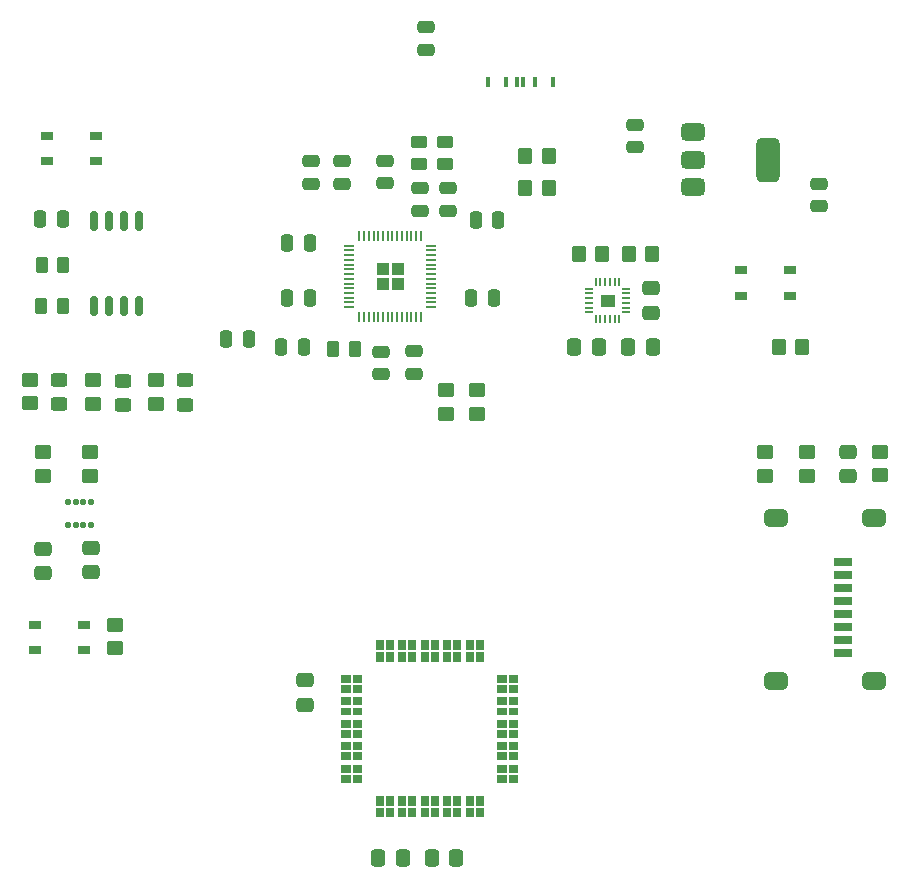
<source format=gtp>
%TF.GenerationSoftware,KiCad,Pcbnew,9.0.1*%
%TF.CreationDate,2025-04-14T00:51:25-03:00*%
%TF.ProjectId,SRAD_computer,53524144-5f63-46f6-9d70-757465722e6b,rev?*%
%TF.SameCoordinates,Original*%
%TF.FileFunction,Paste,Top*%
%TF.FilePolarity,Positive*%
%FSLAX46Y46*%
G04 Gerber Fmt 4.6, Leading zero omitted, Abs format (unit mm)*
G04 Created by KiCad (PCBNEW 9.0.1) date 2025-04-14 00:51:25*
%MOMM*%
%LPD*%
G01*
G04 APERTURE LIST*
G04 Aperture macros list*
%AMRoundRect*
0 Rectangle with rounded corners*
0 $1 Rounding radius*
0 $2 $3 $4 $5 $6 $7 $8 $9 X,Y pos of 4 corners*
0 Add a 4 corners polygon primitive as box body*
4,1,4,$2,$3,$4,$5,$6,$7,$8,$9,$2,$3,0*
0 Add four circle primitives for the rounded corners*
1,1,$1+$1,$2,$3*
1,1,$1+$1,$4,$5*
1,1,$1+$1,$6,$7*
1,1,$1+$1,$8,$9*
0 Add four rect primitives between the rounded corners*
20,1,$1+$1,$2,$3,$4,$5,0*
20,1,$1+$1,$4,$5,$6,$7,0*
20,1,$1+$1,$6,$7,$8,$9,0*
20,1,$1+$1,$8,$9,$2,$3,0*%
G04 Aperture macros list end*
%ADD10C,0.010000*%
%ADD11RoundRect,0.250000X-0.450000X0.325000X-0.450000X-0.325000X0.450000X-0.325000X0.450000X0.325000X0*%
%ADD12RoundRect,0.250000X-0.475000X0.337500X-0.475000X-0.337500X0.475000X-0.337500X0.475000X0.337500X0*%
%ADD13RoundRect,0.250000X0.475000X-0.250000X0.475000X0.250000X-0.475000X0.250000X-0.475000X-0.250000X0*%
%ADD14RoundRect,0.250000X0.262500X0.450000X-0.262500X0.450000X-0.262500X-0.450000X0.262500X-0.450000X0*%
%ADD15RoundRect,0.250000X-0.450000X0.350000X-0.450000X-0.350000X0.450000X-0.350000X0.450000X0.350000X0*%
%ADD16R,0.300000X0.900000*%
%ADD17RoundRect,0.250000X0.337500X0.475000X-0.337500X0.475000X-0.337500X-0.475000X0.337500X-0.475000X0*%
%ADD18RoundRect,0.250000X-0.475000X0.250000X-0.475000X-0.250000X0.475000X-0.250000X0.475000X0.250000X0*%
%ADD19RoundRect,0.250000X0.350000X0.450000X-0.350000X0.450000X-0.350000X-0.450000X0.350000X-0.450000X0*%
%ADD20RoundRect,0.375000X-0.625000X-0.375000X0.625000X-0.375000X0.625000X0.375000X-0.625000X0.375000X0*%
%ADD21RoundRect,0.500000X-0.500000X-1.400000X0.500000X-1.400000X0.500000X1.400000X-0.500000X1.400000X0*%
%ADD22RoundRect,0.250000X-0.450000X0.262500X-0.450000X-0.262500X0.450000X-0.262500X0.450000X0.262500X0*%
%ADD23R,1.050000X0.650000*%
%ADD24R,1.500000X0.800000*%
%ADD25RoundRect,0.362500X-0.637500X0.362500X-0.637500X-0.362500X0.637500X-0.362500X0.637500X0.362500X0*%
%ADD26RoundRect,0.162500X0.162500X-0.650000X0.162500X0.650000X-0.162500X0.650000X-0.162500X-0.650000X0*%
%ADD27RoundRect,0.250000X-0.350000X-0.450000X0.350000X-0.450000X0.350000X0.450000X-0.350000X0.450000X0*%
%ADD28RoundRect,0.250000X0.475000X-0.337500X0.475000X0.337500X-0.475000X0.337500X-0.475000X-0.337500X0*%
%ADD29RoundRect,0.250000X-0.337500X-0.475000X0.337500X-0.475000X0.337500X0.475000X-0.337500X0.475000X0*%
%ADD30RoundRect,0.250000X0.450000X-0.350000X0.450000X0.350000X-0.450000X0.350000X-0.450000X-0.350000X0*%
%ADD31RoundRect,0.250000X0.250000X0.475000X-0.250000X0.475000X-0.250000X-0.475000X0.250000X-0.475000X0*%
%ADD32RoundRect,0.027500X-0.292500X-0.082500X0.292500X-0.082500X0.292500X0.082500X-0.292500X0.082500X0*%
%ADD33RoundRect,0.027500X-0.082500X-0.292500X0.082500X-0.292500X0.082500X0.292500X-0.082500X0.292500X0*%
%ADD34RoundRect,0.056250X0.168750X-0.188750X0.168750X0.188750X-0.168750X0.188750X-0.168750X-0.188750X0*%
%ADD35RoundRect,0.250000X-0.250000X-0.475000X0.250000X-0.475000X0.250000X0.475000X-0.250000X0.475000X0*%
%ADD36RoundRect,0.250000X-0.262500X-0.450000X0.262500X-0.450000X0.262500X0.450000X-0.262500X0.450000X0*%
%ADD37RoundRect,0.250000X-0.292217X-0.292217X0.292217X-0.292217X0.292217X0.292217X-0.292217X0.292217X0*%
%ADD38RoundRect,0.050000X-0.387500X-0.050000X0.387500X-0.050000X0.387500X0.050000X-0.387500X0.050000X0*%
%ADD39RoundRect,0.050000X-0.050000X-0.387500X0.050000X-0.387500X0.050000X0.387500X-0.050000X0.387500X0*%
G04 APERTURE END LIST*
D10*
%TO.C,U5*%
X110492587Y-63219975D02*
X109417413Y-63219975D01*
X109417413Y-62245993D01*
X110492587Y-62245993D01*
X110492587Y-63219975D01*
G36*
X110492587Y-63219975D02*
G01*
X109417413Y-63219975D01*
X109417413Y-62245993D01*
X110492587Y-62245993D01*
X110492587Y-63219975D01*
G37*
%TO.C,U6*%
X88130000Y-95017984D02*
X87410000Y-95017984D01*
X87410000Y-94437984D01*
X88130000Y-94437984D01*
X88130000Y-95017984D01*
G36*
X88130000Y-95017984D02*
G01*
X87410000Y-95017984D01*
X87410000Y-94437984D01*
X88130000Y-94437984D01*
X88130000Y-95017984D01*
G37*
X88130000Y-95867984D02*
X87410000Y-95867984D01*
X87410000Y-95287984D01*
X88130000Y-95287984D01*
X88130000Y-95867984D01*
G36*
X88130000Y-95867984D02*
G01*
X87410000Y-95867984D01*
X87410000Y-95287984D01*
X88130000Y-95287984D01*
X88130000Y-95867984D01*
G37*
X88130000Y-96917984D02*
X87410000Y-96917984D01*
X87410000Y-96337984D01*
X88130000Y-96337984D01*
X88130000Y-96917984D01*
G36*
X88130000Y-96917984D02*
G01*
X87410000Y-96917984D01*
X87410000Y-96337984D01*
X88130000Y-96337984D01*
X88130000Y-96917984D01*
G37*
X88130000Y-97767984D02*
X87410000Y-97767984D01*
X87410000Y-97187984D01*
X88130000Y-97187984D01*
X88130000Y-97767984D01*
G36*
X88130000Y-97767984D02*
G01*
X87410000Y-97767984D01*
X87410000Y-97187984D01*
X88130000Y-97187984D01*
X88130000Y-97767984D01*
G37*
X88130000Y-98817984D02*
X87410000Y-98817984D01*
X87410000Y-98237984D01*
X88130000Y-98237984D01*
X88130000Y-98817984D01*
G36*
X88130000Y-98817984D02*
G01*
X87410000Y-98817984D01*
X87410000Y-98237984D01*
X88130000Y-98237984D01*
X88130000Y-98817984D01*
G37*
X88130000Y-99667984D02*
X87410000Y-99667984D01*
X87410000Y-99087984D01*
X88130000Y-99087984D01*
X88130000Y-99667984D01*
G36*
X88130000Y-99667984D02*
G01*
X87410000Y-99667984D01*
X87410000Y-99087984D01*
X88130000Y-99087984D01*
X88130000Y-99667984D01*
G37*
X88130000Y-100717984D02*
X87410000Y-100717984D01*
X87410000Y-100137984D01*
X88130000Y-100137984D01*
X88130000Y-100717984D01*
G36*
X88130000Y-100717984D02*
G01*
X87410000Y-100717984D01*
X87410000Y-100137984D01*
X88130000Y-100137984D01*
X88130000Y-100717984D01*
G37*
X88130000Y-101567984D02*
X87410000Y-101567984D01*
X87410000Y-100987984D01*
X88130000Y-100987984D01*
X88130000Y-101567984D01*
G36*
X88130000Y-101567984D02*
G01*
X87410000Y-101567984D01*
X87410000Y-100987984D01*
X88130000Y-100987984D01*
X88130000Y-101567984D01*
G37*
X88130000Y-102617984D02*
X87410000Y-102617984D01*
X87410000Y-102037984D01*
X88130000Y-102037984D01*
X88130000Y-102617984D01*
G36*
X88130000Y-102617984D02*
G01*
X87410000Y-102617984D01*
X87410000Y-102037984D01*
X88130000Y-102037984D01*
X88130000Y-102617984D01*
G37*
X88130000Y-103467984D02*
X87410000Y-103467984D01*
X87410000Y-102887984D01*
X88130000Y-102887984D01*
X88130000Y-103467984D01*
G36*
X88130000Y-103467984D02*
G01*
X87410000Y-103467984D01*
X87410000Y-102887984D01*
X88130000Y-102887984D01*
X88130000Y-103467984D01*
G37*
X89130000Y-95017984D02*
X88410000Y-95017984D01*
X88410000Y-94437984D01*
X89130000Y-94437984D01*
X89130000Y-95017984D01*
G36*
X89130000Y-95017984D02*
G01*
X88410000Y-95017984D01*
X88410000Y-94437984D01*
X89130000Y-94437984D01*
X89130000Y-95017984D01*
G37*
X89130000Y-95867984D02*
X88410000Y-95867984D01*
X88410000Y-95287984D01*
X89130000Y-95287984D01*
X89130000Y-95867984D01*
G36*
X89130000Y-95867984D02*
G01*
X88410000Y-95867984D01*
X88410000Y-95287984D01*
X89130000Y-95287984D01*
X89130000Y-95867984D01*
G37*
X89130000Y-96917984D02*
X88410000Y-96917984D01*
X88410000Y-96337984D01*
X89130000Y-96337984D01*
X89130000Y-96917984D01*
G36*
X89130000Y-96917984D02*
G01*
X88410000Y-96917984D01*
X88410000Y-96337984D01*
X89130000Y-96337984D01*
X89130000Y-96917984D01*
G37*
X89130000Y-97767984D02*
X88410000Y-97767984D01*
X88410000Y-97187984D01*
X89130000Y-97187984D01*
X89130000Y-97767984D01*
G36*
X89130000Y-97767984D02*
G01*
X88410000Y-97767984D01*
X88410000Y-97187984D01*
X89130000Y-97187984D01*
X89130000Y-97767984D01*
G37*
X89130000Y-98817984D02*
X88410000Y-98817984D01*
X88410000Y-98237984D01*
X89130000Y-98237984D01*
X89130000Y-98817984D01*
G36*
X89130000Y-98817984D02*
G01*
X88410000Y-98817984D01*
X88410000Y-98237984D01*
X89130000Y-98237984D01*
X89130000Y-98817984D01*
G37*
X89130000Y-99667984D02*
X88410000Y-99667984D01*
X88410000Y-99087984D01*
X89130000Y-99087984D01*
X89130000Y-99667984D01*
G36*
X89130000Y-99667984D02*
G01*
X88410000Y-99667984D01*
X88410000Y-99087984D01*
X89130000Y-99087984D01*
X89130000Y-99667984D01*
G37*
X89130000Y-100717984D02*
X88410000Y-100717984D01*
X88410000Y-100137984D01*
X89130000Y-100137984D01*
X89130000Y-100717984D01*
G36*
X89130000Y-100717984D02*
G01*
X88410000Y-100717984D01*
X88410000Y-100137984D01*
X89130000Y-100137984D01*
X89130000Y-100717984D01*
G37*
X89130000Y-101567984D02*
X88410000Y-101567984D01*
X88410000Y-100987984D01*
X89130000Y-100987984D01*
X89130000Y-101567984D01*
G36*
X89130000Y-101567984D02*
G01*
X88410000Y-101567984D01*
X88410000Y-100987984D01*
X89130000Y-100987984D01*
X89130000Y-101567984D01*
G37*
X89130000Y-102617984D02*
X88410000Y-102617984D01*
X88410000Y-102037984D01*
X89130000Y-102037984D01*
X89130000Y-102617984D01*
G36*
X89130000Y-102617984D02*
G01*
X88410000Y-102617984D01*
X88410000Y-102037984D01*
X89130000Y-102037984D01*
X89130000Y-102617984D01*
G37*
X89130000Y-103467984D02*
X88410000Y-103467984D01*
X88410000Y-102887984D01*
X89130000Y-102887984D01*
X89130000Y-103467984D01*
G36*
X89130000Y-103467984D02*
G01*
X88410000Y-103467984D01*
X88410000Y-102887984D01*
X89130000Y-102887984D01*
X89130000Y-103467984D01*
G37*
X90935000Y-92212984D02*
X90355000Y-92212984D01*
X90355000Y-91492984D01*
X90935000Y-91492984D01*
X90935000Y-92212984D01*
G36*
X90935000Y-92212984D02*
G01*
X90355000Y-92212984D01*
X90355000Y-91492984D01*
X90935000Y-91492984D01*
X90935000Y-92212984D01*
G37*
X90935000Y-93212984D02*
X90355000Y-93212984D01*
X90355000Y-92492984D01*
X90935000Y-92492984D01*
X90935000Y-93212984D01*
G36*
X90935000Y-93212984D02*
G01*
X90355000Y-93212984D01*
X90355000Y-92492984D01*
X90935000Y-92492984D01*
X90935000Y-93212984D01*
G37*
X90935000Y-105412984D02*
X90355000Y-105412984D01*
X90355000Y-104692984D01*
X90935000Y-104692984D01*
X90935000Y-105412984D01*
G36*
X90935000Y-105412984D02*
G01*
X90355000Y-105412984D01*
X90355000Y-104692984D01*
X90935000Y-104692984D01*
X90935000Y-105412984D01*
G37*
X90935000Y-106412984D02*
X90355000Y-106412984D01*
X90355000Y-105692984D01*
X90935000Y-105692984D01*
X90935000Y-106412984D01*
G36*
X90935000Y-106412984D02*
G01*
X90355000Y-106412984D01*
X90355000Y-105692984D01*
X90935000Y-105692984D01*
X90935000Y-106412984D01*
G37*
X91785000Y-92212984D02*
X91205000Y-92212984D01*
X91205000Y-91492984D01*
X91785000Y-91492984D01*
X91785000Y-92212984D01*
G36*
X91785000Y-92212984D02*
G01*
X91205000Y-92212984D01*
X91205000Y-91492984D01*
X91785000Y-91492984D01*
X91785000Y-92212984D01*
G37*
X91785000Y-93212984D02*
X91205000Y-93212984D01*
X91205000Y-92492984D01*
X91785000Y-92492984D01*
X91785000Y-93212984D01*
G36*
X91785000Y-93212984D02*
G01*
X91205000Y-93212984D01*
X91205000Y-92492984D01*
X91785000Y-92492984D01*
X91785000Y-93212984D01*
G37*
X91785000Y-105412984D02*
X91205000Y-105412984D01*
X91205000Y-104692984D01*
X91785000Y-104692984D01*
X91785000Y-105412984D01*
G36*
X91785000Y-105412984D02*
G01*
X91205000Y-105412984D01*
X91205000Y-104692984D01*
X91785000Y-104692984D01*
X91785000Y-105412984D01*
G37*
X91785000Y-106412984D02*
X91205000Y-106412984D01*
X91205000Y-105692984D01*
X91785000Y-105692984D01*
X91785000Y-106412984D01*
G36*
X91785000Y-106412984D02*
G01*
X91205000Y-106412984D01*
X91205000Y-105692984D01*
X91785000Y-105692984D01*
X91785000Y-106412984D01*
G37*
X92835000Y-92212984D02*
X92255000Y-92212984D01*
X92255000Y-91492984D01*
X92835000Y-91492984D01*
X92835000Y-92212984D01*
G36*
X92835000Y-92212984D02*
G01*
X92255000Y-92212984D01*
X92255000Y-91492984D01*
X92835000Y-91492984D01*
X92835000Y-92212984D01*
G37*
X92835000Y-93212984D02*
X92255000Y-93212984D01*
X92255000Y-92492984D01*
X92835000Y-92492984D01*
X92835000Y-93212984D01*
G36*
X92835000Y-93212984D02*
G01*
X92255000Y-93212984D01*
X92255000Y-92492984D01*
X92835000Y-92492984D01*
X92835000Y-93212984D01*
G37*
X92835000Y-105412984D02*
X92255000Y-105412984D01*
X92255000Y-104692984D01*
X92835000Y-104692984D01*
X92835000Y-105412984D01*
G36*
X92835000Y-105412984D02*
G01*
X92255000Y-105412984D01*
X92255000Y-104692984D01*
X92835000Y-104692984D01*
X92835000Y-105412984D01*
G37*
X92835000Y-106412984D02*
X92255000Y-106412984D01*
X92255000Y-105692984D01*
X92835000Y-105692984D01*
X92835000Y-106412984D01*
G36*
X92835000Y-106412984D02*
G01*
X92255000Y-106412984D01*
X92255000Y-105692984D01*
X92835000Y-105692984D01*
X92835000Y-106412984D01*
G37*
X93685000Y-92212984D02*
X93105000Y-92212984D01*
X93105000Y-91492984D01*
X93685000Y-91492984D01*
X93685000Y-92212984D01*
G36*
X93685000Y-92212984D02*
G01*
X93105000Y-92212984D01*
X93105000Y-91492984D01*
X93685000Y-91492984D01*
X93685000Y-92212984D01*
G37*
X93685000Y-93212984D02*
X93105000Y-93212984D01*
X93105000Y-92492984D01*
X93685000Y-92492984D01*
X93685000Y-93212984D01*
G36*
X93685000Y-93212984D02*
G01*
X93105000Y-93212984D01*
X93105000Y-92492984D01*
X93685000Y-92492984D01*
X93685000Y-93212984D01*
G37*
X93685000Y-105412984D02*
X93105000Y-105412984D01*
X93105000Y-104692984D01*
X93685000Y-104692984D01*
X93685000Y-105412984D01*
G36*
X93685000Y-105412984D02*
G01*
X93105000Y-105412984D01*
X93105000Y-104692984D01*
X93685000Y-104692984D01*
X93685000Y-105412984D01*
G37*
X93685000Y-106412984D02*
X93105000Y-106412984D01*
X93105000Y-105692984D01*
X93685000Y-105692984D01*
X93685000Y-106412984D01*
G36*
X93685000Y-106412984D02*
G01*
X93105000Y-106412984D01*
X93105000Y-105692984D01*
X93685000Y-105692984D01*
X93685000Y-106412984D01*
G37*
X94735000Y-92212984D02*
X94155000Y-92212984D01*
X94155000Y-91492984D01*
X94735000Y-91492984D01*
X94735000Y-92212984D01*
G36*
X94735000Y-92212984D02*
G01*
X94155000Y-92212984D01*
X94155000Y-91492984D01*
X94735000Y-91492984D01*
X94735000Y-92212984D01*
G37*
X94735000Y-93212984D02*
X94155000Y-93212984D01*
X94155000Y-92492984D01*
X94735000Y-92492984D01*
X94735000Y-93212984D01*
G36*
X94735000Y-93212984D02*
G01*
X94155000Y-93212984D01*
X94155000Y-92492984D01*
X94735000Y-92492984D01*
X94735000Y-93212984D01*
G37*
X94735000Y-105412984D02*
X94155000Y-105412984D01*
X94155000Y-104692984D01*
X94735000Y-104692984D01*
X94735000Y-105412984D01*
G36*
X94735000Y-105412984D02*
G01*
X94155000Y-105412984D01*
X94155000Y-104692984D01*
X94735000Y-104692984D01*
X94735000Y-105412984D01*
G37*
X94735000Y-106412984D02*
X94155000Y-106412984D01*
X94155000Y-105692984D01*
X94735000Y-105692984D01*
X94735000Y-106412984D01*
G36*
X94735000Y-106412984D02*
G01*
X94155000Y-106412984D01*
X94155000Y-105692984D01*
X94735000Y-105692984D01*
X94735000Y-106412984D01*
G37*
X95585000Y-92212984D02*
X95005000Y-92212984D01*
X95005000Y-91492984D01*
X95585000Y-91492984D01*
X95585000Y-92212984D01*
G36*
X95585000Y-92212984D02*
G01*
X95005000Y-92212984D01*
X95005000Y-91492984D01*
X95585000Y-91492984D01*
X95585000Y-92212984D01*
G37*
X95585000Y-93212984D02*
X95005000Y-93212984D01*
X95005000Y-92492984D01*
X95585000Y-92492984D01*
X95585000Y-93212984D01*
G36*
X95585000Y-93212984D02*
G01*
X95005000Y-93212984D01*
X95005000Y-92492984D01*
X95585000Y-92492984D01*
X95585000Y-93212984D01*
G37*
X95585000Y-105412984D02*
X95005000Y-105412984D01*
X95005000Y-104692984D01*
X95585000Y-104692984D01*
X95585000Y-105412984D01*
G36*
X95585000Y-105412984D02*
G01*
X95005000Y-105412984D01*
X95005000Y-104692984D01*
X95585000Y-104692984D01*
X95585000Y-105412984D01*
G37*
X95585000Y-106412984D02*
X95005000Y-106412984D01*
X95005000Y-105692984D01*
X95585000Y-105692984D01*
X95585000Y-106412984D01*
G36*
X95585000Y-106412984D02*
G01*
X95005000Y-106412984D01*
X95005000Y-105692984D01*
X95585000Y-105692984D01*
X95585000Y-106412984D01*
G37*
X96635000Y-92212984D02*
X96055000Y-92212984D01*
X96055000Y-91492984D01*
X96635000Y-91492984D01*
X96635000Y-92212984D01*
G36*
X96635000Y-92212984D02*
G01*
X96055000Y-92212984D01*
X96055000Y-91492984D01*
X96635000Y-91492984D01*
X96635000Y-92212984D01*
G37*
X96635000Y-93212984D02*
X96055000Y-93212984D01*
X96055000Y-92492984D01*
X96635000Y-92492984D01*
X96635000Y-93212984D01*
G36*
X96635000Y-93212984D02*
G01*
X96055000Y-93212984D01*
X96055000Y-92492984D01*
X96635000Y-92492984D01*
X96635000Y-93212984D01*
G37*
X96635000Y-105412984D02*
X96055000Y-105412984D01*
X96055000Y-104692984D01*
X96635000Y-104692984D01*
X96635000Y-105412984D01*
G36*
X96635000Y-105412984D02*
G01*
X96055000Y-105412984D01*
X96055000Y-104692984D01*
X96635000Y-104692984D01*
X96635000Y-105412984D01*
G37*
X96635000Y-106412984D02*
X96055000Y-106412984D01*
X96055000Y-105692984D01*
X96635000Y-105692984D01*
X96635000Y-106412984D01*
G36*
X96635000Y-106412984D02*
G01*
X96055000Y-106412984D01*
X96055000Y-105692984D01*
X96635000Y-105692984D01*
X96635000Y-106412984D01*
G37*
X97485000Y-92212984D02*
X96905000Y-92212984D01*
X96905000Y-91492984D01*
X97485000Y-91492984D01*
X97485000Y-92212984D01*
G36*
X97485000Y-92212984D02*
G01*
X96905000Y-92212984D01*
X96905000Y-91492984D01*
X97485000Y-91492984D01*
X97485000Y-92212984D01*
G37*
X97485000Y-93212984D02*
X96905000Y-93212984D01*
X96905000Y-92492984D01*
X97485000Y-92492984D01*
X97485000Y-93212984D01*
G36*
X97485000Y-93212984D02*
G01*
X96905000Y-93212984D01*
X96905000Y-92492984D01*
X97485000Y-92492984D01*
X97485000Y-93212984D01*
G37*
X97485000Y-105412984D02*
X96905000Y-105412984D01*
X96905000Y-104692984D01*
X97485000Y-104692984D01*
X97485000Y-105412984D01*
G36*
X97485000Y-105412984D02*
G01*
X96905000Y-105412984D01*
X96905000Y-104692984D01*
X97485000Y-104692984D01*
X97485000Y-105412984D01*
G37*
X97485000Y-106412984D02*
X96905000Y-106412984D01*
X96905000Y-105692984D01*
X97485000Y-105692984D01*
X97485000Y-106412984D01*
G36*
X97485000Y-106412984D02*
G01*
X96905000Y-106412984D01*
X96905000Y-105692984D01*
X97485000Y-105692984D01*
X97485000Y-106412984D01*
G37*
X98535000Y-92212984D02*
X97955000Y-92212984D01*
X97955000Y-91492984D01*
X98535000Y-91492984D01*
X98535000Y-92212984D01*
G36*
X98535000Y-92212984D02*
G01*
X97955000Y-92212984D01*
X97955000Y-91492984D01*
X98535000Y-91492984D01*
X98535000Y-92212984D01*
G37*
X98535000Y-93212984D02*
X97955000Y-93212984D01*
X97955000Y-92492984D01*
X98535000Y-92492984D01*
X98535000Y-93212984D01*
G36*
X98535000Y-93212984D02*
G01*
X97955000Y-93212984D01*
X97955000Y-92492984D01*
X98535000Y-92492984D01*
X98535000Y-93212984D01*
G37*
X98535000Y-105412984D02*
X97955000Y-105412984D01*
X97955000Y-104692984D01*
X98535000Y-104692984D01*
X98535000Y-105412984D01*
G36*
X98535000Y-105412984D02*
G01*
X97955000Y-105412984D01*
X97955000Y-104692984D01*
X98535000Y-104692984D01*
X98535000Y-105412984D01*
G37*
X98535000Y-106412984D02*
X97955000Y-106412984D01*
X97955000Y-105692984D01*
X98535000Y-105692984D01*
X98535000Y-106412984D01*
G36*
X98535000Y-106412984D02*
G01*
X97955000Y-106412984D01*
X97955000Y-105692984D01*
X98535000Y-105692984D01*
X98535000Y-106412984D01*
G37*
X99385000Y-92212984D02*
X98805000Y-92212984D01*
X98805000Y-91492984D01*
X99385000Y-91492984D01*
X99385000Y-92212984D01*
G36*
X99385000Y-92212984D02*
G01*
X98805000Y-92212984D01*
X98805000Y-91492984D01*
X99385000Y-91492984D01*
X99385000Y-92212984D01*
G37*
X99385000Y-93212984D02*
X98805000Y-93212984D01*
X98805000Y-92492984D01*
X99385000Y-92492984D01*
X99385000Y-93212984D01*
G36*
X99385000Y-93212984D02*
G01*
X98805000Y-93212984D01*
X98805000Y-92492984D01*
X99385000Y-92492984D01*
X99385000Y-93212984D01*
G37*
X99385000Y-105412984D02*
X98805000Y-105412984D01*
X98805000Y-104692984D01*
X99385000Y-104692984D01*
X99385000Y-105412984D01*
G36*
X99385000Y-105412984D02*
G01*
X98805000Y-105412984D01*
X98805000Y-104692984D01*
X99385000Y-104692984D01*
X99385000Y-105412984D01*
G37*
X99385000Y-106412984D02*
X98805000Y-106412984D01*
X98805000Y-105692984D01*
X99385000Y-105692984D01*
X99385000Y-106412984D01*
G36*
X99385000Y-106412984D02*
G01*
X98805000Y-106412984D01*
X98805000Y-105692984D01*
X99385000Y-105692984D01*
X99385000Y-106412984D01*
G37*
X101330000Y-95017984D02*
X100610000Y-95017984D01*
X100610000Y-94437984D01*
X101330000Y-94437984D01*
X101330000Y-95017984D01*
G36*
X101330000Y-95017984D02*
G01*
X100610000Y-95017984D01*
X100610000Y-94437984D01*
X101330000Y-94437984D01*
X101330000Y-95017984D01*
G37*
X101330000Y-95867984D02*
X100610000Y-95867984D01*
X100610000Y-95287984D01*
X101330000Y-95287984D01*
X101330000Y-95867984D01*
G36*
X101330000Y-95867984D02*
G01*
X100610000Y-95867984D01*
X100610000Y-95287984D01*
X101330000Y-95287984D01*
X101330000Y-95867984D01*
G37*
X101330000Y-96917984D02*
X100610000Y-96917984D01*
X100610000Y-96337984D01*
X101330000Y-96337984D01*
X101330000Y-96917984D01*
G36*
X101330000Y-96917984D02*
G01*
X100610000Y-96917984D01*
X100610000Y-96337984D01*
X101330000Y-96337984D01*
X101330000Y-96917984D01*
G37*
X101330000Y-97767984D02*
X100610000Y-97767984D01*
X100610000Y-97187984D01*
X101330000Y-97187984D01*
X101330000Y-97767984D01*
G36*
X101330000Y-97767984D02*
G01*
X100610000Y-97767984D01*
X100610000Y-97187984D01*
X101330000Y-97187984D01*
X101330000Y-97767984D01*
G37*
X101330000Y-98817984D02*
X100610000Y-98817984D01*
X100610000Y-98237984D01*
X101330000Y-98237984D01*
X101330000Y-98817984D01*
G36*
X101330000Y-98817984D02*
G01*
X100610000Y-98817984D01*
X100610000Y-98237984D01*
X101330000Y-98237984D01*
X101330000Y-98817984D01*
G37*
X101330000Y-99667984D02*
X100610000Y-99667984D01*
X100610000Y-99087984D01*
X101330000Y-99087984D01*
X101330000Y-99667984D01*
G36*
X101330000Y-99667984D02*
G01*
X100610000Y-99667984D01*
X100610000Y-99087984D01*
X101330000Y-99087984D01*
X101330000Y-99667984D01*
G37*
X101330000Y-100717984D02*
X100610000Y-100717984D01*
X100610000Y-100137984D01*
X101330000Y-100137984D01*
X101330000Y-100717984D01*
G36*
X101330000Y-100717984D02*
G01*
X100610000Y-100717984D01*
X100610000Y-100137984D01*
X101330000Y-100137984D01*
X101330000Y-100717984D01*
G37*
X101330000Y-101567984D02*
X100610000Y-101567984D01*
X100610000Y-100987984D01*
X101330000Y-100987984D01*
X101330000Y-101567984D01*
G36*
X101330000Y-101567984D02*
G01*
X100610000Y-101567984D01*
X100610000Y-100987984D01*
X101330000Y-100987984D01*
X101330000Y-101567984D01*
G37*
X101330000Y-102617984D02*
X100610000Y-102617984D01*
X100610000Y-102037984D01*
X101330000Y-102037984D01*
X101330000Y-102617984D01*
G36*
X101330000Y-102617984D02*
G01*
X100610000Y-102617984D01*
X100610000Y-102037984D01*
X101330000Y-102037984D01*
X101330000Y-102617984D01*
G37*
X101330000Y-103467984D02*
X100610000Y-103467984D01*
X100610000Y-102887984D01*
X101330000Y-102887984D01*
X101330000Y-103467984D01*
G36*
X101330000Y-103467984D02*
G01*
X100610000Y-103467984D01*
X100610000Y-102887984D01*
X101330000Y-102887984D01*
X101330000Y-103467984D01*
G37*
X102330000Y-95017984D02*
X101610000Y-95017984D01*
X101610000Y-94437984D01*
X102330000Y-94437984D01*
X102330000Y-95017984D01*
G36*
X102330000Y-95017984D02*
G01*
X101610000Y-95017984D01*
X101610000Y-94437984D01*
X102330000Y-94437984D01*
X102330000Y-95017984D01*
G37*
X102330000Y-95867984D02*
X101610000Y-95867984D01*
X101610000Y-95287984D01*
X102330000Y-95287984D01*
X102330000Y-95867984D01*
G36*
X102330000Y-95867984D02*
G01*
X101610000Y-95867984D01*
X101610000Y-95287984D01*
X102330000Y-95287984D01*
X102330000Y-95867984D01*
G37*
X102330000Y-96917984D02*
X101610000Y-96917984D01*
X101610000Y-96337984D01*
X102330000Y-96337984D01*
X102330000Y-96917984D01*
G36*
X102330000Y-96917984D02*
G01*
X101610000Y-96917984D01*
X101610000Y-96337984D01*
X102330000Y-96337984D01*
X102330000Y-96917984D01*
G37*
X102330000Y-97767984D02*
X101610000Y-97767984D01*
X101610000Y-97187984D01*
X102330000Y-97187984D01*
X102330000Y-97767984D01*
G36*
X102330000Y-97767984D02*
G01*
X101610000Y-97767984D01*
X101610000Y-97187984D01*
X102330000Y-97187984D01*
X102330000Y-97767984D01*
G37*
X102330000Y-98817984D02*
X101610000Y-98817984D01*
X101610000Y-98237984D01*
X102330000Y-98237984D01*
X102330000Y-98817984D01*
G36*
X102330000Y-98817984D02*
G01*
X101610000Y-98817984D01*
X101610000Y-98237984D01*
X102330000Y-98237984D01*
X102330000Y-98817984D01*
G37*
X102330000Y-99667984D02*
X101610000Y-99667984D01*
X101610000Y-99087984D01*
X102330000Y-99087984D01*
X102330000Y-99667984D01*
G36*
X102330000Y-99667984D02*
G01*
X101610000Y-99667984D01*
X101610000Y-99087984D01*
X102330000Y-99087984D01*
X102330000Y-99667984D01*
G37*
X102330000Y-100717984D02*
X101610000Y-100717984D01*
X101610000Y-100137984D01*
X102330000Y-100137984D01*
X102330000Y-100717984D01*
G36*
X102330000Y-100717984D02*
G01*
X101610000Y-100717984D01*
X101610000Y-100137984D01*
X102330000Y-100137984D01*
X102330000Y-100717984D01*
G37*
X102330000Y-101567984D02*
X101610000Y-101567984D01*
X101610000Y-100987984D01*
X102330000Y-100987984D01*
X102330000Y-101567984D01*
G36*
X102330000Y-101567984D02*
G01*
X101610000Y-101567984D01*
X101610000Y-100987984D01*
X102330000Y-100987984D01*
X102330000Y-101567984D01*
G37*
X102330000Y-102617984D02*
X101610000Y-102617984D01*
X101610000Y-102037984D01*
X102330000Y-102037984D01*
X102330000Y-102617984D01*
G36*
X102330000Y-102617984D02*
G01*
X101610000Y-102617984D01*
X101610000Y-102037984D01*
X102330000Y-102037984D01*
X102330000Y-102617984D01*
G37*
X102330000Y-103467984D02*
X101610000Y-103467984D01*
X101610000Y-102887984D01*
X102330000Y-102887984D01*
X102330000Y-103467984D01*
G36*
X102330000Y-103467984D02*
G01*
X101610000Y-103467984D01*
X101610000Y-102887984D01*
X102330000Y-102887984D01*
X102330000Y-103467984D01*
G37*
%TD*%
D11*
%TO.C,D2*%
X68908000Y-69502984D03*
X68908000Y-71552984D03*
%TD*%
D12*
%TO.C,C_BME_VDDIO1*%
X66190707Y-83678691D03*
X66190707Y-85753691D03*
%TD*%
D13*
%TO.C,C8*%
X94100000Y-55112836D03*
X94100000Y-53212836D03*
%TD*%
D14*
%TO.C,R2*%
X63880859Y-59723927D03*
X62055859Y-59723927D03*
%TD*%
D15*
%TO.C,R15*%
X133050000Y-75542984D03*
X133050000Y-77542984D03*
%TD*%
D16*
%TO.C,J7*%
X105330000Y-44200000D03*
X103830000Y-44200000D03*
X102830000Y-44200000D03*
X102330000Y-44200000D03*
X101330000Y-44200000D03*
X99830000Y-44200000D03*
%TD*%
D13*
%TO.C,C10*%
X96470000Y-55112836D03*
X96470000Y-53212836D03*
%TD*%
%TO.C,C1*%
X112330000Y-49732836D03*
X112330000Y-47832836D03*
%TD*%
D15*
%TO.C,R13*%
X123303333Y-75552984D03*
X123303333Y-77552984D03*
%TD*%
%TO.C,R_BME_SDA1*%
X62170707Y-75566191D03*
X62170707Y-77566191D03*
%TD*%
%TO.C,R16*%
X68290000Y-90170000D03*
X68290000Y-92170000D03*
%TD*%
D17*
%TO.C,C_VDDIO_MPU1*%
X109200000Y-66622984D03*
X107125000Y-66622984D03*
%TD*%
D18*
%TO.C,C4*%
X127880000Y-52852836D03*
X127880000Y-54752836D03*
%TD*%
D19*
%TO.C,R_BL2*%
X104980000Y-53230000D03*
X102980000Y-53230000D03*
%TD*%
D20*
%TO.C,U1*%
X117230000Y-48500336D03*
X117230000Y-50800336D03*
D21*
X123530000Y-50800336D03*
D20*
X117230000Y-53100336D03*
%TD*%
D15*
%TO.C,R_BME_SCL1*%
X66160707Y-75546191D03*
X66160707Y-77546191D03*
%TD*%
D22*
%TO.C,R3*%
X93990000Y-49325336D03*
X93990000Y-51150336D03*
%TD*%
D17*
%TO.C,C_SAM_VCCIO1*%
X92620000Y-109952984D03*
X90545000Y-109952984D03*
%TD*%
D15*
%TO.C,R9*%
X71710000Y-69465484D03*
X71710000Y-71465484D03*
%TD*%
D23*
%TO.C,S2*%
X65600000Y-92310000D03*
X61450000Y-92310000D03*
X65600000Y-90160000D03*
X61450000Y-90160000D03*
%TD*%
D24*
%TO.C,J6*%
X129910000Y-84847984D03*
X129910000Y-85947984D03*
X129910000Y-87047984D03*
X129910000Y-88147984D03*
X129910000Y-89247984D03*
X129910000Y-90347984D03*
X129910000Y-91447984D03*
X129910000Y-92547984D03*
D25*
X132510000Y-81177984D03*
X124210000Y-81177984D03*
X132510000Y-94927984D03*
X124210000Y-94927984D03*
%TD*%
D26*
%TO.C,U2*%
X66454747Y-63201427D03*
X67724747Y-63201427D03*
X68994747Y-63201427D03*
X70264747Y-63201427D03*
X70264747Y-56026427D03*
X68994747Y-56026427D03*
X67724747Y-56026427D03*
X66454747Y-56026427D03*
%TD*%
D15*
%TO.C,R10*%
X66440000Y-69482984D03*
X66440000Y-71482984D03*
%TD*%
D27*
%TO.C,R_BL1*%
X102980000Y-50460000D03*
X104980000Y-50460000D03*
%TD*%
D11*
%TO.C,D1*%
X74178000Y-69485484D03*
X74178000Y-71535484D03*
%TD*%
D12*
%TO.C,C18*%
X130356666Y-75515484D03*
X130356666Y-77590484D03*
%TD*%
D18*
%TO.C,C6*%
X93610000Y-67022836D03*
X93610000Y-68922836D03*
%TD*%
D28*
%TO.C,C_VDD_MPU1*%
X113642500Y-63770484D03*
X113642500Y-61695484D03*
%TD*%
D11*
%TO.C,D3*%
X63528000Y-69465484D03*
X63528000Y-71515484D03*
%TD*%
D29*
%TO.C,C_MPU_REG1*%
X111705000Y-66622984D03*
X113780000Y-66622984D03*
%TD*%
D30*
%TO.C,R_SAM_SDA1*%
X98880000Y-72322984D03*
X98880000Y-70322984D03*
%TD*%
D18*
%TO.C,C17*%
X94570000Y-39582836D03*
X94570000Y-41482836D03*
%TD*%
D31*
%TO.C,C14*%
X84730000Y-62522984D03*
X82830000Y-62522984D03*
%TD*%
D32*
%TO.C,U5*%
X108410000Y-61732984D03*
X108410000Y-62132984D03*
X108410000Y-62532984D03*
X108410000Y-62932984D03*
X108410000Y-63332984D03*
X108410000Y-63732984D03*
D33*
X108955000Y-64277984D03*
X109355000Y-64277984D03*
X109755000Y-64277984D03*
X110155000Y-64277984D03*
X110555000Y-64277984D03*
X110955000Y-64277984D03*
D32*
X111500000Y-63732984D03*
X111500000Y-63332984D03*
X111500000Y-62932984D03*
X111500000Y-62532984D03*
X111500000Y-62132984D03*
X111500000Y-61732984D03*
D33*
X110955000Y-61187984D03*
X110555000Y-61187984D03*
X110155000Y-61187984D03*
X109755000Y-61187984D03*
X109355000Y-61187984D03*
X108955000Y-61187984D03*
%TD*%
D12*
%TO.C,C_BME_VDD1*%
X62200707Y-83758691D03*
X62200707Y-85833691D03*
%TD*%
D23*
%TO.C,S3*%
X66635000Y-50935000D03*
X62485000Y-50935000D03*
X66635000Y-48785000D03*
X62485000Y-48785000D03*
%TD*%
D28*
%TO.C,C_SAM_VCC1*%
X84370000Y-96952984D03*
X84370000Y-94877984D03*
%TD*%
D22*
%TO.C,R4*%
X96210000Y-49345336D03*
X96210000Y-51170336D03*
%TD*%
D19*
%TO.C,R_MPU_SCL1*%
X113760000Y-58782984D03*
X111760000Y-58782984D03*
%TD*%
D14*
%TO.C,R1*%
X63859747Y-63183927D03*
X62034747Y-63183927D03*
%TD*%
D19*
%TO.C,R_MPU_SDA1*%
X109530000Y-58772984D03*
X107530000Y-58772984D03*
%TD*%
D23*
%TO.C,S1*%
X121280000Y-60172984D03*
X125430000Y-60172984D03*
X121280000Y-62322984D03*
X125430000Y-62322984D03*
%TD*%
D18*
%TO.C,C13*%
X90820000Y-67062836D03*
X90820000Y-68962836D03*
%TD*%
D31*
%TO.C,C15*%
X84730000Y-57872984D03*
X82830000Y-57872984D03*
%TD*%
D27*
%TO.C,R12*%
X124450000Y-66632984D03*
X126450000Y-66632984D03*
%TD*%
D13*
%TO.C,C7*%
X84830000Y-52822984D03*
X84830000Y-50922984D03*
%TD*%
D15*
%TO.C,R11*%
X61060000Y-69445484D03*
X61060000Y-71445484D03*
%TD*%
D34*
%TO.C,U4*%
X64290707Y-79801191D03*
X64940707Y-79801191D03*
X65590707Y-79801191D03*
X66240707Y-79801191D03*
X66240707Y-81741191D03*
X65590707Y-81741191D03*
X64940707Y-81741191D03*
X64290707Y-81741191D03*
%TD*%
D35*
%TO.C,C11*%
X98810000Y-55940000D03*
X100710000Y-55940000D03*
%TD*%
D30*
%TO.C,R_SAM_SCL1*%
X96280000Y-72322984D03*
X96280000Y-70322984D03*
%TD*%
D36*
%TO.C,R5*%
X86717500Y-66822984D03*
X88542500Y-66822984D03*
%TD*%
D35*
%TO.C,C12*%
X98430000Y-62522984D03*
X100330000Y-62522984D03*
%TD*%
D31*
%TO.C,C2*%
X84250000Y-66672984D03*
X82350000Y-66672984D03*
%TD*%
D37*
%TO.C,U3*%
X90912500Y-60050336D03*
X90912500Y-61325336D03*
X92187500Y-60050336D03*
X92187500Y-61325336D03*
D38*
X88112500Y-58087836D03*
X88112500Y-58487836D03*
X88112500Y-58887836D03*
X88112500Y-59287836D03*
X88112500Y-59687836D03*
X88112500Y-60087836D03*
X88112500Y-60487836D03*
X88112500Y-60887836D03*
X88112500Y-61287836D03*
X88112500Y-61687836D03*
X88112500Y-62087836D03*
X88112500Y-62487836D03*
X88112500Y-62887836D03*
X88112500Y-63287836D03*
D39*
X88950000Y-64125336D03*
X89350000Y-64125336D03*
X89750000Y-64125336D03*
X90150000Y-64125336D03*
X90550000Y-64125336D03*
X90950000Y-64125336D03*
X91350000Y-64125336D03*
X91750000Y-64125336D03*
X92150000Y-64125336D03*
X92550000Y-64125336D03*
X92950000Y-64125336D03*
X93350000Y-64125336D03*
X93750000Y-64125336D03*
X94150000Y-64125336D03*
D38*
X94987500Y-63287836D03*
X94987500Y-62887836D03*
X94987500Y-62487836D03*
X94987500Y-62087836D03*
X94987500Y-61687836D03*
X94987500Y-61287836D03*
X94987500Y-60887836D03*
X94987500Y-60487836D03*
X94987500Y-60087836D03*
X94987500Y-59687836D03*
X94987500Y-59287836D03*
X94987500Y-58887836D03*
X94987500Y-58487836D03*
X94987500Y-58087836D03*
D39*
X94150000Y-57250336D03*
X93750000Y-57250336D03*
X93350000Y-57250336D03*
X92950000Y-57250336D03*
X92550000Y-57250336D03*
X92150000Y-57250336D03*
X91750000Y-57250336D03*
X91350000Y-57250336D03*
X90950000Y-57250336D03*
X90550000Y-57250336D03*
X90150000Y-57250336D03*
X89750000Y-57250336D03*
X89350000Y-57250336D03*
X88950000Y-57250336D03*
%TD*%
D13*
%TO.C,C9*%
X91160000Y-52792836D03*
X91160000Y-50892836D03*
%TD*%
D29*
%TO.C,C_SAM_VBCKP1*%
X95082500Y-109952984D03*
X97157500Y-109952984D03*
%TD*%
D31*
%TO.C,C3*%
X79590000Y-66022984D03*
X77690000Y-66022984D03*
%TD*%
D15*
%TO.C,R14*%
X126830000Y-75552984D03*
X126830000Y-77552984D03*
%TD*%
D31*
%TO.C,C5*%
X63838359Y-55853927D03*
X61938359Y-55853927D03*
%TD*%
D13*
%TO.C,C16*%
X87480000Y-52822984D03*
X87480000Y-50922984D03*
%TD*%
M02*

</source>
